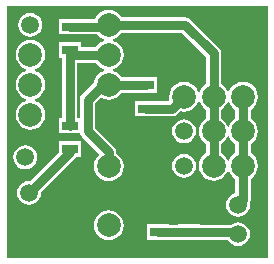
<source format=gtl>
%FSLAX25Y25*%
%MOIN*%
G70*
G01*
G75*
G04 Layer_Physical_Order=1*
G04 Layer_Color=255*
%ADD10C,0.07874*%
%ADD11R,0.05315X0.03150*%
%ADD12C,0.03000*%
%ADD13C,0.05906*%
G36*
X187008Y100394D02*
X100000D01*
Y184153D01*
X187008D01*
Y100394D01*
D02*
G37*
%LPC*%
G36*
X106299Y137845D02*
X105267Y137709D01*
X104306Y137311D01*
X103480Y136677D01*
X102847Y135852D01*
X102448Y134890D01*
X102312Y133858D01*
X102448Y132826D01*
X102847Y131865D01*
X103480Y131039D01*
X104306Y130405D01*
X105267Y130007D01*
X106299Y129871D01*
X107331Y130007D01*
X108293Y130405D01*
X109118Y131039D01*
X109752Y131865D01*
X110150Y132826D01*
X110286Y133858D01*
X110150Y134890D01*
X109752Y135852D01*
X109118Y136677D01*
X108293Y137311D01*
X107331Y137709D01*
X106299Y137845D01*
D02*
G37*
G36*
X177165Y112255D02*
X176134Y112119D01*
X175172Y111720D01*
X174830Y111458D01*
X164618D01*
Y111484D01*
X157303D01*
Y111458D01*
X154118D01*
Y111484D01*
X146803D01*
Y106335D01*
X154118D01*
Y106360D01*
X157303D01*
Y106335D01*
X164618D01*
Y106360D01*
X173677D01*
X173713Y106274D01*
X174346Y105449D01*
X175172Y104815D01*
X176134Y104417D01*
X177165Y104281D01*
X178197Y104417D01*
X179159Y104815D01*
X179984Y105449D01*
X180618Y106274D01*
X181016Y107236D01*
X181152Y108268D01*
X181016Y109300D01*
X180618Y110261D01*
X179984Y111087D01*
X179159Y111720D01*
X178197Y112119D01*
X177165Y112255D01*
D02*
G37*
G36*
X159157Y134987D02*
X158125Y134851D01*
X157163Y134453D01*
X156338Y133819D01*
X155704Y132993D01*
X155306Y132032D01*
X155170Y131000D01*
X155306Y129968D01*
X155704Y129007D01*
X156338Y128181D01*
X157163Y127547D01*
X158125Y127149D01*
X159157Y127013D01*
X160189Y127149D01*
X161150Y127547D01*
X161976Y128181D01*
X162610Y129007D01*
X163008Y129968D01*
X163144Y131000D01*
X163008Y132032D01*
X162610Y132993D01*
X161976Y133819D01*
X161150Y134453D01*
X160189Y134851D01*
X159157Y134987D01*
D02*
G37*
G36*
X124657Y139138D02*
X117342D01*
Y135447D01*
X107838Y125942D01*
X107500Y125987D01*
X106468Y125851D01*
X105507Y125453D01*
X104681Y124819D01*
X104047Y123993D01*
X103649Y123032D01*
X103513Y122000D01*
X103649Y120968D01*
X104047Y120007D01*
X104681Y119181D01*
X105507Y118547D01*
X106468Y118149D01*
X107500Y118013D01*
X108532Y118149D01*
X109493Y118547D01*
X110319Y119181D01*
X110953Y120007D01*
X111351Y120968D01*
X111487Y122000D01*
X111442Y122338D01*
X122802Y133698D01*
X122997Y133988D01*
X124657D01*
Y139138D01*
D02*
G37*
G36*
X159157Y146487D02*
X158125Y146351D01*
X157163Y145953D01*
X156338Y145319D01*
X155704Y144493D01*
X155306Y143532D01*
X155170Y142500D01*
X155306Y141468D01*
X155704Y140507D01*
X156338Y139681D01*
X157163Y139047D01*
X158125Y138649D01*
X159157Y138513D01*
X160189Y138649D01*
X161150Y139047D01*
X161976Y139681D01*
X162610Y140507D01*
X163008Y141468D01*
X163144Y142500D01*
X163008Y143532D01*
X162610Y144493D01*
X161976Y145319D01*
X161150Y145953D01*
X160189Y146351D01*
X159157Y146487D01*
D02*
G37*
G36*
X107968Y181987D02*
X106937Y181851D01*
X105975Y181453D01*
X105149Y180819D01*
X104516Y179993D01*
X104118Y179032D01*
X103982Y178000D01*
X104118Y176968D01*
X104516Y176007D01*
X105149Y175181D01*
X105975Y174547D01*
X106937Y174149D01*
X107968Y174013D01*
X109000Y174149D01*
X109962Y174547D01*
X110788Y175181D01*
X111421Y176007D01*
X111820Y176968D01*
X111955Y178000D01*
X111820Y179032D01*
X111421Y179993D01*
X110788Y180819D01*
X109962Y181453D01*
X109000Y181851D01*
X107968Y181987D01*
D02*
G37*
G36*
X134031Y182980D02*
X132743Y182810D01*
X131542Y182313D01*
X130510Y181521D01*
X129719Y180490D01*
X129510Y179986D01*
X124657D01*
Y180012D01*
X117342D01*
Y174862D01*
X124657D01*
Y174888D01*
X130196D01*
X130510Y174479D01*
X131542Y173688D01*
X132598Y173250D01*
Y172750D01*
X131542Y172312D01*
X130510Y171521D01*
X129764Y170549D01*
X124657D01*
Y172138D01*
X117342D01*
Y166988D01*
X118451D01*
Y147012D01*
X117342D01*
Y141862D01*
X124578D01*
X124645Y141525D01*
X125198Y140698D01*
X130820Y135075D01*
X130787Y134576D01*
X130510Y134364D01*
X129719Y133333D01*
X129222Y132132D01*
X129052Y130843D01*
X129222Y129554D01*
X129719Y128353D01*
X130510Y127322D01*
X131542Y126531D01*
X132743Y126033D01*
X134031Y125864D01*
X135320Y126033D01*
X136521Y126531D01*
X137553Y127322D01*
X138344Y128353D01*
X138841Y129554D01*
X139011Y130843D01*
X138841Y132132D01*
X138344Y133333D01*
X137553Y134364D01*
X136581Y135110D01*
Y135468D01*
X136386Y136444D01*
X135834Y137271D01*
X129549Y143556D01*
Y151944D01*
X131401Y153796D01*
X131542Y153688D01*
X132743Y153190D01*
X134031Y153020D01*
X135320Y153190D01*
X136521Y153688D01*
X137553Y154479D01*
X138250Y155388D01*
X142842D01*
Y155362D01*
X150157D01*
Y160512D01*
X142842D01*
Y160486D01*
X138346D01*
X138344Y160490D01*
X137553Y161521D01*
X136521Y162312D01*
X135465Y162750D01*
Y163250D01*
X136521Y163688D01*
X137553Y164479D01*
X138344Y165510D01*
X138841Y166711D01*
X139011Y168000D01*
X138841Y169289D01*
X138344Y170490D01*
X137553Y171521D01*
X136521Y172312D01*
X135465Y172750D01*
Y173250D01*
X136521Y173688D01*
X137553Y174479D01*
X138299Y175451D01*
X158444D01*
X166451Y167444D01*
Y158267D01*
X165479Y157521D01*
X164688Y156490D01*
X164328Y155623D01*
X163828D01*
X163469Y156490D01*
X162678Y157521D01*
X161647Y158312D01*
X160446Y158810D01*
X159157Y158980D01*
X157868Y158810D01*
X156667Y158312D01*
X155636Y157521D01*
X154844Y156490D01*
X154347Y155289D01*
X154177Y154000D01*
X154311Y152988D01*
X153981Y152612D01*
X150157D01*
Y152638D01*
X142842D01*
Y147488D01*
X150157D01*
Y147514D01*
X155220D01*
X156195Y147708D01*
X157022Y148261D01*
X157942Y149180D01*
X159157Y149020D01*
X160446Y149190D01*
X161647Y149688D01*
X162678Y150479D01*
X163469Y151510D01*
X163828Y152377D01*
X164328D01*
X164688Y151510D01*
X165479Y150479D01*
X166451Y149733D01*
Y146767D01*
X165479Y146021D01*
X164688Y144990D01*
X164190Y143789D01*
X164020Y142500D01*
X164190Y141211D01*
X164688Y140010D01*
X165479Y138979D01*
X166451Y138233D01*
Y135267D01*
X165479Y134521D01*
X164688Y133490D01*
X164190Y132289D01*
X164020Y131000D01*
X164190Y129711D01*
X164688Y128510D01*
X165479Y127479D01*
X166510Y126688D01*
X167711Y126190D01*
X169000Y126020D01*
X170289Y126190D01*
X171490Y126688D01*
X172521Y127479D01*
X173312Y128510D01*
X173671Y129376D01*
X174171D01*
X174530Y128510D01*
X175321Y127479D01*
X176294Y126733D01*
Y121982D01*
X176134Y121961D01*
X175172Y121563D01*
X174346Y120929D01*
X173713Y120104D01*
X173314Y119142D01*
X173179Y118110D01*
X173314Y117078D01*
X173713Y116117D01*
X174346Y115291D01*
X175172Y114657D01*
X176134Y114259D01*
X177165Y114123D01*
X178197Y114259D01*
X179159Y114657D01*
X179984Y115291D01*
X180618Y116117D01*
X181016Y117078D01*
X181152Y118110D01*
X181082Y118640D01*
X181198Y118812D01*
X181392Y119787D01*
Y126733D01*
X182364Y127479D01*
X183155Y128510D01*
X183652Y129711D01*
X183822Y131000D01*
X183652Y132289D01*
X183155Y133490D01*
X182364Y134521D01*
X181392Y135267D01*
Y138233D01*
X182364Y138979D01*
X183155Y140010D01*
X183652Y141211D01*
X183822Y142500D01*
X183652Y143789D01*
X183155Y144990D01*
X182364Y146021D01*
X181392Y146767D01*
Y149733D01*
X182364Y150479D01*
X183155Y151510D01*
X183652Y152711D01*
X183822Y154000D01*
X183652Y155289D01*
X183155Y156490D01*
X182364Y157521D01*
X181332Y158312D01*
X180131Y158810D01*
X178842Y158980D01*
X177554Y158810D01*
X176353Y158312D01*
X175321Y157521D01*
X174530Y156490D01*
X174171Y155624D01*
X173671D01*
X173312Y156490D01*
X172521Y157521D01*
X171549Y158267D01*
Y168500D01*
X171355Y169475D01*
X170802Y170302D01*
X161302Y179802D01*
X160476Y180355D01*
X159500Y180549D01*
X138299D01*
X137553Y181521D01*
X136521Y182313D01*
X135320Y182810D01*
X134031Y182980D01*
D02*
G37*
G36*
X107968Y172980D02*
X106680Y172810D01*
X105479Y172312D01*
X104447Y171521D01*
X103656Y170490D01*
X103159Y169289D01*
X102989Y168000D01*
X103159Y166711D01*
X103656Y165510D01*
X104447Y164479D01*
X105479Y163688D01*
X106535Y163250D01*
Y162750D01*
X105479Y162312D01*
X104447Y161521D01*
X103656Y160490D01*
X103159Y159289D01*
X102989Y158000D01*
X103159Y156711D01*
X103656Y155510D01*
X104447Y154479D01*
X105479Y153688D01*
X106535Y153250D01*
Y152750D01*
X105479Y152313D01*
X104447Y151521D01*
X103656Y150490D01*
X103159Y149289D01*
X102989Y148000D01*
X103159Y146711D01*
X103656Y145510D01*
X104447Y144479D01*
X105479Y143687D01*
X106680Y143190D01*
X107968Y143020D01*
X109257Y143190D01*
X110458Y143687D01*
X111490Y144479D01*
X112281Y145510D01*
X112778Y146711D01*
X112948Y148000D01*
X112778Y149289D01*
X112281Y150490D01*
X111490Y151521D01*
X110458Y152313D01*
X109402Y152750D01*
Y153250D01*
X110458Y153688D01*
X111490Y154479D01*
X112281Y155510D01*
X112778Y156711D01*
X112948Y158000D01*
X112778Y159289D01*
X112281Y160490D01*
X111490Y161521D01*
X110458Y162312D01*
X109402Y162750D01*
Y163250D01*
X110458Y163688D01*
X111490Y164479D01*
X112281Y165510D01*
X112778Y166711D01*
X112948Y168000D01*
X112778Y169289D01*
X112281Y170490D01*
X111490Y171521D01*
X110458Y172312D01*
X109257Y172810D01*
X107968Y172980D01*
D02*
G37*
G36*
X134031Y116137D02*
X132743Y115967D01*
X131542Y115470D01*
X130510Y114679D01*
X129719Y113647D01*
X129222Y112446D01*
X129052Y111158D01*
X129222Y109869D01*
X129719Y108668D01*
X130510Y107636D01*
X131542Y106845D01*
X132743Y106348D01*
X134031Y106178D01*
X135320Y106348D01*
X136521Y106845D01*
X137553Y107636D01*
X138344Y108668D01*
X138841Y109869D01*
X139011Y111158D01*
X138841Y112446D01*
X138344Y113647D01*
X137553Y114679D01*
X136521Y115470D01*
X135320Y115967D01*
X134031Y116137D01*
D02*
G37*
%LPD*%
G36*
X130510Y164479D02*
X131542Y163688D01*
X132598Y163250D01*
Y162750D01*
X131542Y162312D01*
X130510Y161521D01*
X129719Y160490D01*
X129222Y159289D01*
X129151Y158756D01*
X125198Y154802D01*
X124645Y153975D01*
X124451Y153000D01*
Y147012D01*
X123549D01*
Y165451D01*
X129764D01*
X130510Y164479D01*
D02*
G37*
G36*
X174530Y151510D02*
X175321Y150479D01*
X176294Y149733D01*
Y146767D01*
X175321Y146021D01*
X174530Y144990D01*
X174171Y144124D01*
X173671D01*
X173312Y144990D01*
X172521Y146021D01*
X171549Y146767D01*
Y149733D01*
X172521Y150479D01*
X173312Y151510D01*
X173671Y152376D01*
X174171D01*
X174530Y151510D01*
D02*
G37*
G36*
Y140010D02*
X175321Y138979D01*
X176294Y138233D01*
Y135267D01*
X175321Y134521D01*
X174530Y133490D01*
X174171Y132624D01*
X173671D01*
X173312Y133490D01*
X172521Y134521D01*
X171549Y135267D01*
Y138233D01*
X172521Y138979D01*
X173312Y140010D01*
X173671Y140876D01*
X174171D01*
X174530Y140010D01*
D02*
G37*
D10*
X134031Y121000D02*
D03*
Y111158D02*
D03*
X178842Y131000D02*
D03*
Y142500D02*
D03*
Y154000D02*
D03*
X159157D02*
D03*
X169000Y131000D02*
D03*
Y142500D02*
D03*
Y154000D02*
D03*
X134031Y130843D02*
D03*
X107968Y148000D02*
D03*
Y158000D02*
D03*
Y168000D02*
D03*
X134031Y178000D02*
D03*
Y158000D02*
D03*
Y168000D02*
D03*
Y148000D02*
D03*
D11*
X146500Y157937D02*
D03*
Y150063D02*
D03*
X150461Y116783D02*
D03*
Y108909D02*
D03*
X160961Y116783D02*
D03*
Y108909D02*
D03*
X121000Y136563D02*
D03*
Y144437D02*
D03*
Y177437D02*
D03*
Y169563D02*
D03*
D12*
X176524Y108909D02*
X177165Y108268D01*
X160961Y108909D02*
X176524D01*
X150461D02*
X160961D01*
X177165Y118110D02*
X178842Y119787D01*
Y131000D01*
Y142500D01*
Y154000D01*
X155220Y150063D02*
X159157Y154000D01*
X146500Y150063D02*
X155220D01*
X134031Y158000D02*
X134095Y157937D01*
X146500D01*
X132000Y158000D02*
X134031D01*
X127000Y153000D02*
X132000Y158000D01*
X127000Y142500D02*
Y153000D01*
Y142500D02*
X134031Y135468D01*
Y130843D02*
Y135468D01*
X107500Y122000D02*
X121000Y135500D01*
Y136563D01*
X169000Y131000D02*
Y142500D01*
Y154000D01*
Y168500D01*
X159500Y178000D02*
X169000Y168500D01*
X134031Y178000D02*
X159500D01*
X133468Y177437D02*
X134031Y178000D01*
X121000Y177437D02*
X133468D01*
X122563Y168000D02*
X134031D01*
X121000Y169563D02*
X122563Y168000D01*
X121000Y144437D02*
Y169563D01*
D13*
X106299Y110236D02*
D03*
X177165Y118110D02*
D03*
Y108268D02*
D03*
X106299Y133858D02*
D03*
X134031Y111158D02*
D03*
Y121000D02*
D03*
Y130843D02*
D03*
X107500Y122000D02*
D03*
X159157Y131000D02*
D03*
X169000D02*
D03*
X178842D02*
D03*
X159157Y154000D02*
D03*
X169000D02*
D03*
X178842D02*
D03*
Y142500D02*
D03*
X169000D02*
D03*
X159157D02*
D03*
X107968Y178000D02*
D03*
Y158000D02*
D03*
X134031D02*
D03*
Y168000D02*
D03*
X107968D02*
D03*
X134031Y178000D02*
D03*
X107968Y148000D02*
D03*
X134031D02*
D03*
M02*

</source>
